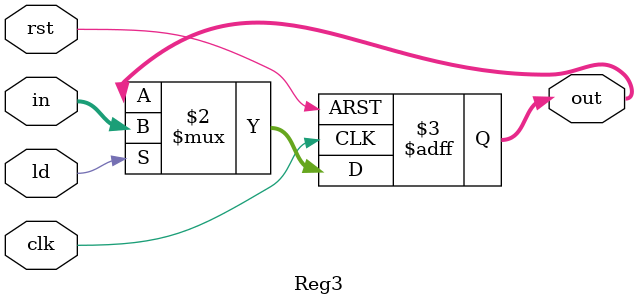
<source format=v>
`timescale 1ns/1ns
module Reg3(input clk, rst, ld, input [2:0] in, output reg [2:0] out);
	always @(posedge clk, posedge rst) begin
		if(rst) begin
			out <= 3'b0;
		end else begin
			out <= ld ? in : out;
		end
	end
endmodule







</source>
